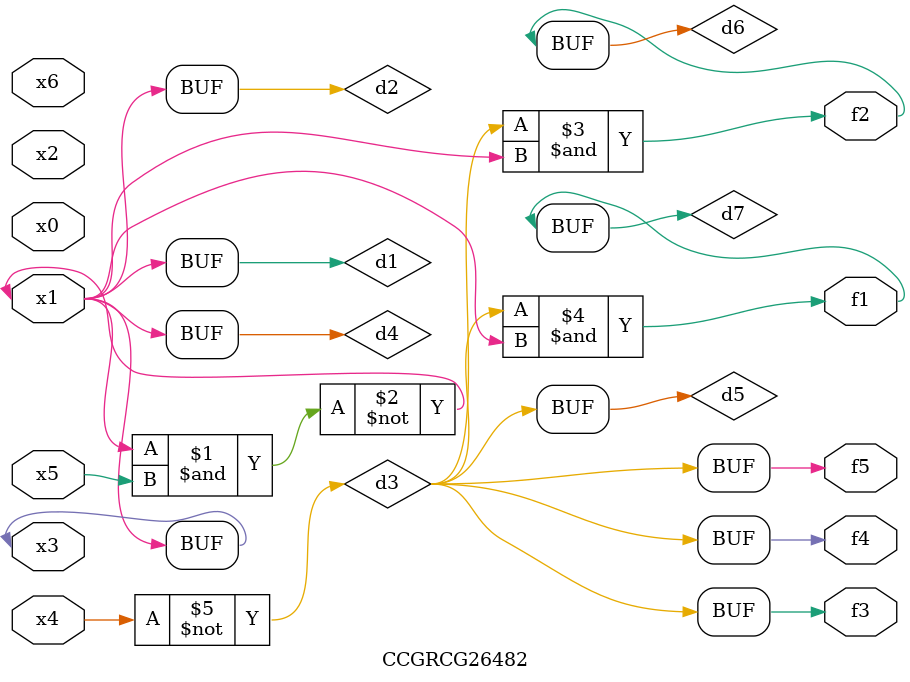
<source format=v>
module CCGRCG26482(
	input x0, x1, x2, x3, x4, x5, x6,
	output f1, f2, f3, f4, f5
);

	wire d1, d2, d3, d4, d5, d6, d7;

	buf (d1, x1, x3);
	nand (d2, x1, x5);
	not (d3, x4);
	buf (d4, d1, d2);
	buf (d5, d3);
	and (d6, d3, d4);
	and (d7, d3, d4);
	assign f1 = d7;
	assign f2 = d6;
	assign f3 = d5;
	assign f4 = d5;
	assign f5 = d5;
endmodule

</source>
